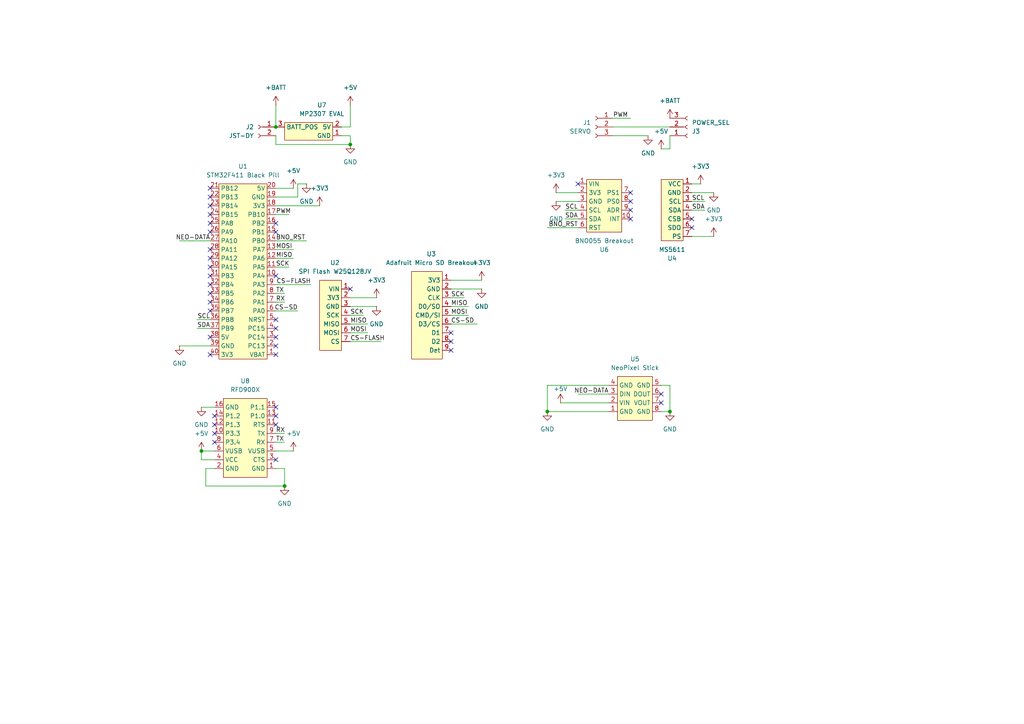
<source format=kicad_sch>
(kicad_sch (version 20250114) (generator "eeschema") (generator_version "9.0")
  (paper "A4")
  (lib_symbols
    (symbol "2025-airbrakes:Adafruit_Micro_SD_Breakout"
      (property "Reference" "U" (at -6.604 16.002 0))
      (property "Value" "Adafruit Micro SD Breakout" (at -4.318 13.97 0))
      (symbol "Adafruit_Micro_SD_Breakout_0_0"
        (pin power_in line (at 0 10.16 180) (length 2.54) (name "3V3") (number "1"))
        (pin power_in line (at 0 7.62 180) (length 2.54) (name "GND") (number "2"))
        (pin input line (at 0 5.08 180) (length 2.54) (name "CLK") (number "3"))
        (pin bidirectional line (at 0 2.54 180) (length 2.54) (name "D0/SO") (number "4"))
        (pin bidirectional line (at 0 0 180) (length 2.54) (name "CMD/SI") (number "5"))
        (pin bidirectional line (at 0 -2.54 180) (length 2.54) (name "D3/CS") (number "6"))
        (pin bidirectional line (at 0 -5.08 180) (length 2.54) (name "D1") (number "7"))
        (pin bidirectional line (at 0 -7.62 180) (length 2.54) (name "D2") (number "8"))
        (pin output line (at 0 -10.16 180) (length 2.54) (name "Det") (number "9"))
      )
      (symbol "Adafruit_Micro_SD_Breakout_1_1"
        (rectangle (start -11.43 12.7) (end -2.54 -12.7) (fill (type background)))
      )
    )
    (symbol "2025-airbrakes:BNO055_Breakout"
      (property "Reference" "U" (at -0.762 6.858 0))
      (property "Value" "BNO055 Breakout" (at -1.27 4.572 0))
      (symbol "BNO055_Breakout_0_0"
        (pin input line (at -7.62 1.27 0) (length 2.54) (name "RST") (number "6"))
        (pin bidirectional line (at -7.62 -1.27 0) (length 2.54) (name "SDA") (number "5"))
        (pin input line (at -7.62 -3.81 0) (length 2.54) (name "SCL") (number "4"))
        (pin power_in line (at -7.62 -6.35 0) (length 2.54) (name "GND") (number "3"))
        (pin power_in line (at -7.62 -8.89 0) (length 2.54) (name "3V3") (number "2"))
        (pin power_in line (at -7.62 -11.43 0) (length 2.54) (name "VIN") (number "1"))
        (pin output line (at 7.62 -1.27 180) (length 2.54) (name "INT") (number "10"))
        (pin input line (at 7.62 -3.81 180) (length 2.54) (name "ADR") (number "9"))
        (pin input line (at 7.62 -6.35 180) (length 2.54) (name "PS0") (number "8"))
        (pin input line (at 7.62 -8.89 180) (length 2.54) (name "PS1") (number "7"))
      )
      (symbol "BNO055_Breakout_1_1"
        (rectangle (start -5.08 2.54) (end 5.08 -12.7) (fill (type background)))
      )
    )
    (symbol "2025-airbrakes:MP2307_EVAL"
      (property "Reference" "U7" (at -3.175 3.81 0))
      (property "Value" "MP2307 EVAL" (at -3.175 1.27 0))
      (symbol "MP2307_EVAL_1_0"
        (pin power_in line (at -16.51 -2.54 0) (length 2.54) (name "BATT_POS") (number "3"))
        (pin power_out line (at 2.54 -2.54 180) (length 2.54) (name "5V") (number "2"))
        (pin power_out line (at 2.54 -5.08 180) (length 2.54) (name "GND") (number "1"))
      )
      (symbol "MP2307_EVAL_1_1"
        (rectangle (start -13.97 -1.27) (end 0 -6.35) (fill (type background)))
      )
    )
    (symbol "2025-airbrakes:MS5611"
      (property "Reference" "U" (at 0 12.446 0))
      (property "Value" "MS5611" (at -0.254 10.668 0))
      (symbol "MS5611_0_0"
        (pin input line (at 2.54 7.62 180) (length 2.54) (name "PS") (number "7"))
        (pin output line (at 2.54 5.08 180) (length 2.54) (name "SDO") (number "6"))
        (pin input line (at 2.54 2.54 180) (length 2.54) (name "CSB") (number "5"))
        (pin bidirectional line (at 2.54 0 180) (length 2.54) (name "SDA") (number "4"))
        (pin input line (at 2.54 -2.54 180) (length 2.54) (name "SCL") (number "3"))
        (pin power_in line (at 2.54 -5.08 180) (length 2.54) (name "GND") (number "2"))
        (pin power_in line (at 2.54 -7.62 180) (length 2.54) (name "VCC") (number "1"))
      )
      (symbol "MS5611_1_1"
        (rectangle (start -6.35 8.89) (end 0 -8.89) (fill (type background)))
      )
    )
    (symbol "2025-airbrakes:NeoPixel_Stick"
      (property "Reference" "U" (at -0.508 15.748 0))
      (property "Value" "NeoPixel Stick" (at 0 13.716 0))
      (symbol "NeoPixel_Stick_0_0"
        (pin power_in line (at 7.62 10.16 180) (length 2.54) (name "GND") (number "4"))
        (pin input line (at 7.62 7.62 180) (length 2.54) (name "DIN") (number "3"))
        (pin power_in line (at 7.62 5.08 180) (length 2.54) (name "VIN") (number "2"))
        (pin power_in line (at 7.62 2.54 180) (length 2.54) (name "GND") (number "1"))
      )
      (symbol "NeoPixel_Stick_1_0"
        (pin power_in line (at -7.62 10.16 0) (length 2.54) (name "GND") (number "5"))
        (pin output line (at -7.62 7.62 0) (length 2.54) (name "DOUT") (number "6"))
        (pin power_out line (at -7.62 5.08 0) (length 2.54) (name "VOUT") (number "7"))
        (pin power_in line (at -7.62 2.54 0) (length 2.54) (name "GND") (number "8"))
      )
      (symbol "NeoPixel_Stick_1_1"
        (rectangle (start -5.08 12.7) (end 5.08 0) (fill (type background)))
      )
    )
    (symbol "2025-airbrakes:RFD900X"
      (property "Reference" "U" (at -2.794 13.716 0))
      (property "Value" "RFD900X" (at -1.778 11.684 0))
      (symbol "RFD900X_0_0"
        (pin power_in line (at -10.16 7.62 0) (length 2.54) (name "GND") (number "16"))
        (pin bidirectional line (at -10.16 5.08 0) (length 2.54) (name "P1.2") (number "14"))
        (pin bidirectional line (at -10.16 2.54 0) (length 2.54) (name "P1.3") (number "12"))
        (pin bidirectional line (at -10.16 0 0) (length 2.54) (name "P3.3") (number "10"))
        (pin bidirectional line (at -10.16 -2.54 0) (length 2.54) (name "P3.4") (number "8"))
        (pin input line (at -10.16 -5.08 0) (length 2.54) (name "VUSB") (number "6"))
        (pin power_in line (at -10.16 -7.62 0) (length 2.54) (name "VCC") (number "4"))
        (pin power_in line (at -10.16 -10.16 0) (length 2.54) (name "GND") (number "2"))
        (pin bidirectional line (at 7.62 7.62 180) (length 2.54) (name "P1.1") (number "15"))
        (pin bidirectional line (at 7.62 5.08 180) (length 2.54) (name "P1.0") (number "13"))
        (pin output line (at 7.62 2.54 180) (length 2.54) (name "RTS") (number "11"))
        (pin input line (at 7.62 0 180) (length 2.54) (name "TX") (number "9"))
        (pin output line (at 7.62 -2.54 180) (length 2.54) (name "RX") (number "7"))
        (pin input line (at 7.62 -5.08 180) (length 2.54) (name "VUSB") (number "5"))
        (pin input line (at 7.62 -7.62 180) (length 2.54) (name "CTS") (number "3"))
        (pin power_in line (at 7.62 -10.16 180) (length 2.54) (name "GND") (number "1"))
      )
      (symbol "RFD900X_1_1"
        (rectangle (start -7.62 10.16) (end 5.08 -12.7) (fill (type background)))
      )
    )
    (symbol "2025-airbrakes:SPI_Flash_Breakout"
      (property "Reference" "U" (at -4.572 2.032 0))
      (property "Value" "SPI Flash W25Q128JV" (at -3.81 0.254 0))
      (symbol "SPI_Flash_Breakout_0_0"
        (pin power_in line (at 0 -3.81 180) (length 2.54) (name "VIN") (number "1"))
        (pin power_in line (at 0 -6.35 180) (length 2.54) (name "3V3") (number "2"))
        (pin power_in line (at 0 -8.89 180) (length 2.54) (name "GND") (number "3"))
        (pin input line (at 0 -11.43 180) (length 2.54) (name "SCK") (number "4"))
        (pin output line (at 0 -13.97 180) (length 2.54) (name "MISO") (number "5"))
        (pin input line (at 0 -16.51 180) (length 2.54) (name "MOSI") (number "6"))
        (pin input line (at 0 -19.05 180) (length 2.54) (name "CS") (number "7"))
      )
      (symbol "SPI_Flash_Breakout_1_1"
        (rectangle (start -8.89 -1.27) (end -2.54 -21.59) (fill (type background)))
      )
    )
    (symbol "2025-airbrakes:STM32_Blackpill"
      (property "Reference" "U" (at -2.032 29.464 0))
      (property "Value" "STM32F411 Black Pill" (at -0.762 27.686 0))
      (symbol "STM32_Blackpill_0_0"
        (pin bidirectional line (at -10.16 24.13 0) (length 2.54) (name "PB12") (number "21"))
        (pin bidirectional line (at -10.16 21.59 0) (length 2.54) (name "PB13") (number "22"))
        (pin bidirectional line (at -10.16 19.05 0) (length 2.54) (name "PB14") (number "23"))
        (pin bidirectional line (at -10.16 16.51 0) (length 2.54) (name "PB15") (number "24"))
        (pin bidirectional line (at -10.16 13.97 0) (length 2.54) (name "PA8") (number "25"))
        (pin bidirectional line (at -10.16 11.43 0) (length 2.54) (name "PA9") (number "26"))
        (pin bidirectional line (at -10.16 8.89 0) (length 2.54) (name "PA10") (number "27"))
        (pin bidirectional line (at -10.16 6.35 0) (length 2.54) (name "PA11") (number "28"))
        (pin bidirectional line (at -10.16 3.81 0) (length 2.54) (name "PA12") (number "29"))
        (pin bidirectional line (at -10.16 1.27 0) (length 2.54) (name "PA15") (number "30"))
        (pin bidirectional line (at -10.16 -1.27 0) (length 2.54) (name "PB3") (number "31"))
        (pin bidirectional line (at -10.16 -3.81 0) (length 2.54) (name "PB4") (number "32"))
        (pin bidirectional line (at -10.16 -6.35 0) (length 2.54) (name "PB5") (number "33"))
        (pin bidirectional line (at -10.16 -8.89 0) (length 2.54) (name "PB6") (number "34"))
        (pin bidirectional line (at -10.16 -11.43 0) (length 2.54) (name "PB7") (number "35"))
        (pin bidirectional line (at -10.16 -13.97 0) (length 2.54) (name "PB8") (number "36"))
        (pin bidirectional line (at -10.16 -16.51 0) (length 2.54) (name "PB9") (number "37"))
        (pin power_in line (at -10.16 -19.05 0) (length 2.54) (name "5V") (number "38"))
        (pin power_in line (at -10.16 -21.59 0) (length 2.54) (name "GND") (number "39"))
        (pin power_out line (at -10.16 -24.13 0) (length 2.54) (name "3V3") (number "40"))
        (pin power_in line (at 8.89 24.13 180) (length 2.54) (name "5V") (number "20"))
        (pin power_in line (at 8.89 21.59 180) (length 2.54) (name "GND") (number "19"))
        (pin power_out line (at 8.89 19.05 180) (length 2.54) (name "3V3") (number "18"))
        (pin bidirectional line (at 8.89 16.51 180) (length 2.54) (name "PB10") (number "17"))
        (pin bidirectional line (at 8.89 13.97 180) (length 2.54) (name "PB2") (number "16"))
        (pin bidirectional line (at 8.89 11.43 180) (length 2.54) (name "PB1") (number "15"))
        (pin bidirectional line (at 8.89 8.89 180) (length 2.54) (name "PB0") (number "14"))
        (pin bidirectional line (at 8.89 6.35 180) (length 2.54) (name "PA7") (number "13"))
        (pin bidirectional line (at 8.89 3.81 180) (length 2.54) (name "PA6") (number "12"))
        (pin bidirectional line (at 8.89 1.27 180) (length 2.54) (name "PA5") (number "11"))
        (pin bidirectional line (at 8.89 -1.27 180) (length 2.54) (name "PA4") (number "10"))
        (pin bidirectional line (at 8.89 -3.81 180) (length 2.54) (name "PA3") (number "9"))
        (pin bidirectional line (at 8.89 -6.35 180) (length 2.54) (name "PA2") (number "8"))
        (pin bidirectional line (at 8.89 -8.89 180) (length 2.54) (name "PA1") (number "7"))
        (pin bidirectional line (at 8.89 -11.43 180) (length 2.54) (name "PA0") (number "6"))
        (pin input line (at 8.89 -13.97 180) (length 2.54) (name "NRST") (number "5"))
        (pin bidirectional line (at 8.89 -16.51 180) (length 2.54) (name "PC15") (number "4"))
        (pin bidirectional line (at 8.89 -19.05 180) (length 2.54) (name "PC14") (number "3"))
        (pin bidirectional line (at 8.89 -21.59 180) (length 2.54) (name "PC13") (number "2"))
        (pin power_in line (at 8.89 -24.13 180) (length 2.54) (name "VBAT") (number "1"))
      )
      (symbol "STM32_Blackpill_1_1"
        (rectangle (start -7.62 25.4) (end 6.35 -25.4) (fill (type background)))
      )
    )
    (symbol "Connector:Conn_01x02_Socket" (pin_names (offset 1.016) (hide yes))
      (property "Reference" "J" (at 0 2.54 0))
      (property "Value" "Conn_01x02_Socket" (at 0 -5.08 0))
      (symbol "Conn_01x02_Socket_1_1"
        (polyline (pts (xy -1.27 0) (xy -0.508 0)) (stroke (width 0.1524)))
        (polyline (pts (xy -1.27 -2.54) (xy -0.508 -2.54)) (stroke (width 0.1524)))
        (arc (start 0 -0.508) (mid -0.5058 0) (end 0 0.508) (stroke (width 0.1524)))
        (arc (start 0 -3.048) (mid -0.5058 -2.54) (end 0 -2.032) (stroke (width 0.1524)))
        (pin passive line (at -5.08 0 0) (length 3.81) (name "Pin_1") (number "1"))
        (pin passive line (at -5.08 -2.54 0) (length 3.81) (name "Pin_2") (number "2"))
      )
    )
    (symbol "Connector:Conn_01x03_Socket" (pin_names (offset 1.016) (hide yes))
      (property "Reference" "J" (at 0 5.08 0))
      (property "Value" "Conn_01x03_Socket" (at 0 -5.08 0))
      (symbol "Conn_01x03_Socket_1_1"
        (polyline (pts (xy -1.27 2.54) (xy -0.508 2.54)) (stroke (width 0.1524)))
        (polyline (pts (xy -1.27 0) (xy -0.508 0)) (stroke (width 0.1524)))
        (polyline (pts (xy -1.27 -2.54) (xy -0.508 -2.54)) (stroke (width 0.1524)))
        (arc (start 0 2.032) (mid -0.5058 2.54) (end 0 3.048) (stroke (width 0.1524)))
        (arc (start 0 -0.508) (mid -0.5058 0) (end 0 0.508) (stroke (width 0.1524)))
        (arc (start 0 -3.048) (mid -0.5058 -2.54) (end 0 -2.032) (stroke (width 0.1524)))
        (pin passive line (at -5.08 2.54 0) (length 3.81) (name "Pin_1") (number "1"))
        (pin passive line (at -5.08 0 0) (length 3.81) (name "Pin_2") (number "2"))
        (pin passive line (at -5.08 -2.54 0) (length 3.81) (name "Pin_3") (number "3"))
      )
    )
    (symbol "power:+3V3" (power) (pin_numbers (hide yes)) (pin_names (offset 0) (hide yes))
      (property "Value" "+3V3" (at 0 3.556 0))
      (symbol "+3V3_0_1"
        (polyline (pts (xy -0.762 1.27) (xy 0 2.54)))
        (polyline (pts (xy 0 2.54) (xy 0.762 1.27)))
        (polyline (pts (xy 0 0) (xy 0 2.54)))
      )
      (symbol "+3V3_1_1"
        (pin power_in line (at 0 0 90) (length 0) (name "~") (number "1"))
      )
    )
    (symbol "power:+5V" (power) (pin_numbers (hide yes)) (pin_names (offset 0) (hide yes))
      (property "Value" "+5V" (at 0 3.556 0))
      (symbol "+5V_0_1"
        (polyline (pts (xy -0.762 1.27) (xy 0 2.54)))
        (polyline (pts (xy 0 2.54) (xy 0.762 1.27)))
        (polyline (pts (xy 0 0) (xy 0 2.54)))
      )
      (symbol "+5V_1_1"
        (pin power_in line (at 0 0 90) (length 0) (name "~") (number "1"))
      )
    )
    (symbol "power:+BATT" (power) (pin_numbers (hide yes)) (pin_names (offset 0) (hide yes))
      (property "Value" "+BATT" (at 0 3.556 0))
      (symbol "+BATT_0_1"
        (polyline (pts (xy -0.762 1.27) (xy 0 2.54)))
        (polyline (pts (xy 0 2.54) (xy 0.762 1.27)))
        (polyline (pts (xy 0 0) (xy 0 2.54)))
      )
      (symbol "+BATT_1_1"
        (pin power_in line (at 0 0 90) (length 0) (name "~") (number "1"))
      )
    )
    (symbol "power:GND" (power) (pin_numbers (hide yes)) (pin_names (offset 0) (hide yes))
      (property "Value" "GND" (at 0 -3.81 0))
      (symbol "GND_0_1"
        (polyline (pts (xy 0 0) (xy 0 -1.27) (xy 1.27 -1.27) (xy 0 -2.54) (xy -1.27 -1.27) (xy 0 -1.27)))
      )
      (symbol "GND_1_1"
        (pin power_in line (at 0 0 270) (length 0) (name "~") (number "1"))
      )
    )
  )
  (junction (at 58.42 130.81))
  (junction (at 80.01 36.83))
  (junction (at 101.6 41.91))
  (junction (at 194.31 119.38))
  (junction (at 158.75 119.38))
  (junction (at 82.55 140.97))
  (no_connect (at 182.88 60.96))
  (no_connect (at 60.96 77.47))
  (no_connect (at 60.96 90.17))
  (no_connect (at 60.96 87.63))
  (no_connect (at 80.01 120.65))
  (no_connect (at 60.96 67.31))
  (no_connect (at 80.01 102.87))
  (no_connect (at 200.66 63.5))
  (no_connect (at 62.23 128.27))
  (no_connect (at 182.88 63.5))
  (no_connect (at 191.77 114.3))
  (no_connect (at 130.81 101.6))
  (no_connect (at 80.01 133.35))
  (no_connect (at 80.01 118.11))
  (no_connect (at 80.01 64.77))
  (no_connect (at 60.96 64.77))
  (no_connect (at 60.96 54.61))
  (no_connect (at 60.96 85.09))
  (no_connect (at 62.23 125.73))
  (no_connect (at 80.01 123.19))
  (no_connect (at 130.81 96.52))
  (no_connect (at 182.88 55.88))
  (no_connect (at 80.01 95.25))
  (no_connect (at 60.96 80.01))
  (no_connect (at 60.96 62.23))
  (no_connect (at 60.96 59.69))
  (no_connect (at 80.01 97.79))
  (no_connect (at 200.66 66.04))
  (no_connect (at 62.23 123.19))
  (no_connect (at 191.77 116.84))
  (no_connect (at 80.01 100.33))
  (no_connect (at 182.88 58.42))
  (no_connect (at 60.96 97.79))
  (no_connect (at 80.01 67.31))
  (no_connect (at 60.96 102.87))
  (no_connect (at 130.81 99.06))
  (no_connect (at 60.96 57.15))
  (no_connect (at 62.23 120.65))
  (no_connect (at 80.01 80.01))
  (no_connect (at 80.01 92.71))
  (no_connect (at 167.64 53.34))
  (no_connect (at 60.96 82.55))
  (no_connect (at 60.96 72.39))
  (no_connect (at 101.6 83.82))
  (no_connect (at 60.96 74.93))
  (wire (pts (xy 80.01 30.48) (xy 80.01 36.83)))
  (wire (pts (xy 80.01 85.09) (xy 82.55 85.09)))
  (wire (pts (xy 52.07 100.33) (xy 60.96 100.33)))
  (wire (pts (xy 177.8 34.29) (xy 182.88 34.29)))
  (wire (pts (xy 58.42 133.35) (xy 62.23 133.35)))
  (wire (pts (xy 162.56 116.84) (xy 176.53 116.84)))
  (wire (pts (xy 101.6 91.44) (xy 105.41 91.44)))
  (wire (pts (xy 80.01 39.37) (xy 80.01 41.91)))
  (wire (pts (xy 80.01 82.55) (xy 90.17 82.55)))
  (wire (pts (xy 200.66 60.96) (xy 204.47 60.96)))
  (wire (pts (xy 80.01 128.27) (xy 82.55 128.27)))
  (wire (pts (xy 80.01 130.81) (xy 85.09 130.81)))
  (wire (pts (xy 86.36 53.34) (xy 86.36 57.15)))
  (wire (pts (xy 158.75 111.76) (xy 176.53 111.76)))
  (wire (pts (xy 59.69 135.89) (xy 62.23 135.89)))
  (wire (pts (xy 80.01 62.23) (xy 83.82 62.23)))
  (wire (pts (xy 80.01 125.73) (xy 82.55 125.73)))
  (wire (pts (xy 101.6 93.98) (xy 106.68 93.98)))
  (wire (pts (xy 167.64 55.88) (xy 161.29 55.88)))
  (wire (pts (xy 58.42 130.81) (xy 62.23 130.81)))
  (wire (pts (xy 52.07 69.85) (xy 60.96 69.85)))
  (wire (pts (xy 80.01 54.61) (xy 85.09 54.61)))
  (wire (pts (xy 163.83 60.96) (xy 167.64 60.96)))
  (wire (pts (xy 158.75 119.38) (xy 176.53 119.38)))
  (wire (pts (xy 158.75 66.04) (xy 167.64 66.04)))
  (wire (pts (xy 161.29 58.42) (xy 167.64 58.42)))
  (wire (pts (xy 82.55 135.89) (xy 80.01 135.89)))
  (wire (pts (xy 80.01 74.93) (xy 85.09 74.93)))
  (wire (pts (xy 130.81 83.82) (xy 139.7 83.82)))
  (wire (pts (xy 194.31 111.76) (xy 191.77 111.76)))
  (wire (pts (xy 58.42 118.11) (xy 62.23 118.11)))
  (wire (pts (xy 101.6 86.36) (xy 109.22 86.36)))
  (wire (pts (xy 80.01 69.85) (xy 88.9 69.85)))
  (wire (pts (xy 194.31 119.38) (xy 191.77 119.38)))
  (wire (pts (xy 194.31 119.38) (xy 194.31 111.76)))
  (wire (pts (xy 80.01 77.47) (xy 83.82 77.47)))
  (wire (pts (xy 101.6 41.91) (xy 101.6 39.37)))
  (wire (pts (xy 200.66 53.34) (xy 203.2 53.34)))
  (wire (pts (xy 57.15 92.71) (xy 60.96 92.71)))
  (wire (pts (xy 200.66 68.58) (xy 207.01 68.58)))
  (wire (pts (xy 163.83 63.5) (xy 167.64 63.5)))
  (wire (pts (xy 194.31 39.37) (xy 194.31 43.18)))
  (wire (pts (xy 101.6 88.9) (xy 109.22 88.9)))
  (wire (pts (xy 130.81 86.36) (xy 134.62 86.36)))
  (wire (pts (xy 130.81 93.98) (xy 138.43 93.98)))
  (wire (pts (xy 167.64 114.3) (xy 176.53 114.3)))
  (wire (pts (xy 82.55 140.97) (xy 59.69 140.97)))
  (wire (pts (xy 80.01 41.91) (xy 101.6 41.91)))
  (wire (pts (xy 101.6 99.06) (xy 110.49 99.06)))
  (wire (pts (xy 59.69 140.97) (xy 59.69 135.89)))
  (wire (pts (xy 101.6 39.37) (xy 99.06 39.37)))
  (wire (pts (xy 101.6 30.48) (xy 101.6 36.83)))
  (wire (pts (xy 194.31 43.18) (xy 191.77 43.18)))
  (wire (pts (xy 200.66 58.42) (xy 204.47 58.42)))
  (wire (pts (xy 86.36 57.15) (xy 80.01 57.15)))
  (wire (pts (xy 130.81 88.9) (xy 135.89 88.9)))
  (wire (pts (xy 177.8 36.83) (xy 194.31 36.83)))
  (wire (pts (xy 200.66 55.88) (xy 207.01 55.88)))
  (wire (pts (xy 130.81 81.28) (xy 139.7 81.28)))
  (wire (pts (xy 80.01 59.69) (xy 92.71 59.69)))
  (wire (pts (xy 86.36 53.34) (xy 88.9 53.34)))
  (wire (pts (xy 57.15 95.25) (xy 60.96 95.25)))
  (wire (pts (xy 177.8 39.37) (xy 187.96 39.37)))
  (wire (pts (xy 101.6 96.52) (xy 106.68 96.52)))
  (wire (pts (xy 130.81 91.44) (xy 135.89 91.44)))
  (wire (pts (xy 58.42 130.81) (xy 58.42 133.35)))
  (wire (pts (xy 80.01 90.17) (xy 86.36 90.17)))
  (wire (pts (xy 80.01 72.39) (xy 85.09 72.39)))
  (wire (pts (xy 99.06 36.83) (xy 101.6 36.83)))
  (wire (pts (xy 80.01 87.63) (xy 82.55 87.63)))
  (wire (pts (xy 158.75 119.38) (xy 158.75 111.76)))
  (wire (pts (xy 82.55 140.97) (xy 82.55 135.89)))
  (label "MOSI" (at 130.81 91.44 0))
  (label "CS-SD" (at 130.81 93.98 0))
  (label "SCK" (at 101.6 91.44 0))
  (label "SDA" (at 200.66 60.96 0))
  (label "MISO" (at 80.01 74.93 0))
  (label "CS-SD" (at 86.36 90.17 180))
  (label "MOSI" (at 80.01 72.39 0))
  (label "TX" (at 80.01 85.09 0))
  (label "SCL" (at 60.96 92.71 180))
  (label "CS-FLASH" (at 90.17 82.55 180))
  (label "BNO_RST" (at 167.64 66.04 180))
  (label "MISO" (at 130.81 88.9 0))
  (label "SDA" (at 167.64 63.5 180))
  (label "SCL" (at 167.64 60.96 180))
  (label "MOSI" (at 101.6 96.52 0))
  (label "TX" (at 80.01 128.27 0))
  (label "PWM" (at 177.8 34.29 0))
  (label "SCL" (at 200.66 58.42 0))
  (label "SDA" (at 60.96 95.25 180))
  (label "MISO" (at 101.6 93.98 0))
  (label "RX" (at 80.01 87.63 0))
  (label "BNO_RST" (at 80.01 69.85 0))
  (label "SCK" (at 130.81 86.36 0))
  (label "NEO-DATA" (at 60.96 69.85 180))
  (label "RX" (at 80.01 125.73 0))
  (label "CS-FLASH" (at 101.6 99.06 0))
  (label "PWM" (at 80.01 62.23 0))
  (label "NEO-DATA" (at 176.53 114.3 180))
  (label "SCK" (at 80.01 77.47 0))
  (symbol (lib_id "power:+3V3") (at 109.22 86.36 0) (unit 1)
    (property "Reference" "#PWR06" (effects (hide yes)))
    (property "Value" "+3V3" (at 109.22 81.28 0))
    (property "Description" "Power symbol creates a global label with name \"+3V3\"" (effects (hide yes)))
  )
  (symbol (lib_id "power:GND") (at 109.22 88.9 0) (unit 1)
    (property "Reference" "#PWR010" (effects (hide yes)))
    (property "Value" "GND" (at 109.22 93.98 0))
    (property "Description" "Power symbol creates a global label with name \"GND\" , ground" (effects (hide yes)))
  )
  (symbol (lib_id "power:GND") (at 207.01 55.88 0) (unit 1)
    (property "Reference" "#PWR012" (effects (hide yes)))
    (property "Value" "GND" (at 207.01 60.96 0))
    (property "Description" "Power symbol creates a global label with name \"GND\" , ground" (effects (hide yes)))
  )
  (symbol (lib_id "2025-airbrakes:BNO055_Breakout") (at 175.26 64.77 0) (mirror x) (unit 1)
    (property "Reference" "U6" (at 175.26 72.39 0))
    (property "Value" "BNO055 Breakout" (at 175.26 69.85 0))
    (property "Footprint" "2025-airbrakes:BNO055-Breakout" (effects (hide yes)))
  )
  (symbol (lib_id "2025-airbrakes:Adafruit_Micro_SD_Breakout") (at 130.81 91.44 0) (unit 1)
    (property "Reference" "U3" (at 125.095 73.66 0))
    (property "Value" "Adafruit Micro SD Breakout" (at 125.095 76.2 0))
    (property "Footprint" "Connector_PinSocket_2.54mm:PinSocket_1x09_P2.54mm_Vertical" (effects (hide yes)))
  )
  (symbol (lib_id "power:GND") (at 158.75 119.38 0) (mirror y) (unit 1)
    (property "Reference" "#PWR013" (effects (hide yes)))
    (property "Value" "GND" (at 158.75 124.46 0))
    (property "Description" "Power symbol creates a global label with name \"GND\" , ground" (effects (hide yes)))
  )
  (symbol (lib_id "power:GND") (at 101.6 41.91 0) (unit 1)
    (property "Reference" "#PWR020" (effects (hide yes)))
    (property "Value" "GND" (at 101.6 46.99 0))
    (property "Description" "Power symbol creates a global label with name \"GND\" , ground" (effects (hide yes)))
  )
  (symbol (lib_id "Connector:Conn_01x02_Socket") (at 74.93 36.83 0) (mirror y) (unit 1)
    (property "Reference" "J2" (at 73.66 36.8299 0) (effects (justify left)))
    (property "Value" "JST-DY" (at 73.66 39.3699 0) (effects (justify left)))
    (property "Footprint" "Connector_PinSocket_2.54mm:PinSocket_1x02_P2.54mm_Horizontal" (effects (hide yes)))
    (property "Description" "Generic connector, single row, 01x02, script generated" (effects (hide yes)))
  )
  (symbol (lib_id "power:+5V") (at 85.09 130.81 0) (unit 1)
    (property "Reference" "#PWR02" (effects (hide yes)))
    (property "Value" "+5V" (at 85.09 125.73 0))
    (property "Description" "Power symbol creates a global label with name \"+5V\"" (effects (hide yes)))
  )
  (symbol (lib_id "power:+BATT") (at 80.01 30.48 0) (unit 1)
    (property "Reference" "#PWR026" (effects (hide yes)))
    (property "Value" "+BATT" (at 80.01 25.4 0))
    (property "Description" "Power symbol creates a global label with name \"+BATT\"" (effects (hide yes)))
  )
  (symbol (lib_id "power:+3V3") (at 139.7 81.28 0) (unit 1)
    (property "Reference" "#PWR07" (effects (hide yes)))
    (property "Value" "+3V3" (at 139.7 76.2 0))
    (property "Description" "Power symbol creates a global label with name \"+3V3\"" (effects (hide yes)))
  )
  (symbol (lib_id "power:GND") (at 88.9 53.34 0) (unit 1)
    (property "Reference" "#PWR04" (effects (hide yes)))
    (property "Value" "GND" (at 88.9 58.42 0))
    (property "Description" "Power symbol creates a global label with name \"GND\" , ground" (effects (hide yes)))
  )
  (symbol (lib_id "power:+5V") (at 101.6 30.48 0) (unit 1)
    (property "Reference" "#PWR019" (effects (hide yes)))
    (property "Value" "+5V" (at 101.6 25.4 0))
    (property "Description" "Power symbol creates a global label with name \"+5V\"" (effects (hide yes)))
  )
  (symbol (lib_id "power:GND") (at 58.42 118.11 0) (unit 1)
    (property "Reference" "#PWR025" (effects (hide yes)))
    (property "Value" "GND" (at 58.42 123.19 0))
    (property "Description" "Power symbol creates a global label with name \"GND\" , ground" (effects (hide yes)))
  )
  (symbol (lib_id "power:+3V3") (at 203.2 53.34 0) (unit 1)
    (property "Reference" "#PWR08" (effects (hide yes)))
    (property "Value" "+3V3" (at 203.2 48.26 0))
    (property "Description" "Power symbol creates a global label with name \"+3V3\"" (effects (hide yes)))
  )
  (symbol (lib_id "Connector:Conn_01x03_Socket") (at 199.39 36.83 0) (mirror x) (unit 1)
    (property "Reference" "J3" (at 200.66 38.1001 0) (effects (justify left)))
    (property "Value" "POWER_SEL" (at 200.66 35.5601 0) (effects (justify left)))
    (property "Footprint" "Connector_PinHeader_2.54mm:PinHeader_1x03_P2.54mm_Horizontal" (effects (hide yes)))
    (property "Description" "Generic connector, single row, 01x03, script generated" (effects (hide yes)))
  )
  (symbol (lib_id "2025-airbrakes:STM32_Blackpill") (at 71.12 78.74 0) (unit 1)
    (property "Reference" "U1" (at 70.485 48.26 0))
    (property "Value" "STM32F411 Black Pill" (at 70.485 50.8 0))
    (property "Footprint" "2025-airbrakes:STM32F411-Blackpill" (effects (hide yes)))
  )
  (symbol (lib_id "power:GND") (at 161.29 58.42 0) (mirror y) (unit 1)
    (property "Reference" "#PWR018" (effects (hide yes)))
    (property "Value" "GND" (at 161.29 63.5 0))
    (property "Description" "Power symbol creates a global label with name \"GND\" , ground" (effects (hide yes)))
  )
  (symbol (lib_id "power:GND") (at 52.07 100.33 0) (unit 1)
    (property "Reference" "#PWR03" (effects (hide yes)))
    (property "Value" "GND" (at 52.07 105.41 0))
    (property "Description" "Power symbol creates a global label with name \"GND\" , ground" (effects (hide yes)))
  )
  (symbol (lib_id "Connector:Conn_01x03_Socket") (at 172.72 36.83 0) (mirror y) (unit 1)
    (property "Reference" "J1" (at 171.45 35.5599 0) (effects (justify left)))
    (property "Value" "SERVO" (at 171.45 38.0999 0) (effects (justify left)))
    (property "Footprint" "Connector_PinHeader_2.54mm:PinHeader_1x03_P2.54mm_Horizontal" (effects (hide yes)))
    (property "Description" "Generic connector, single row, 01x03, script generated" (effects (hide yes)))
  )
  (symbol (lib_id "power:+BATT") (at 194.31 34.29 0) (unit 1)
    (property "Reference" "#PWR021" (effects (hide yes)))
    (property "Value" "+BATT" (at 194.31 29.21 0))
    (property "Description" "Power symbol creates a global label with name \"+BATT\"" (effects (hide yes)))
  )
  (symbol (lib_id "power:+5V") (at 58.42 130.81 0) (unit 1)
    (property "Reference" "#PWR024" (effects (hide yes)))
    (property "Value" "+5V" (at 58.42 125.73 0))
    (property "Description" "Power symbol creates a global label with name \"+5V\"" (effects (hide yes)))
  )
  (symbol (lib_id "power:GND") (at 187.96 39.37 0) (unit 1)
    (property "Reference" "#PWR022" (effects (hide yes)))
    (property "Value" "GND" (at 187.96 44.45 0))
    (property "Description" "Power symbol creates a global label with name \"GND\" , ground" (effects (hide yes)))
  )
  (symbol (lib_id "2025-airbrakes:MP2307_EVAL") (at 96.52 34.29 0) (unit 1)
    (property "Reference" "U7" (at 93.345 30.48 0))
    (property "Value" "MP2307 EVAL" (at 93.345 33.02 0))
    (property "Footprint" "Connector_PinHeader_2.54mm:PinHeader_1x03_P2.54mm_Vertical" (effects (hide yes)))
  )
  (symbol (lib_id "power:+5V") (at 162.56 116.84 0) (unit 1)
    (property "Reference" "#PWR015" (effects (hide yes)))
    (property "Value" "+5V" (at 162.56 112.776 0))
    (property "Description" "Power symbol creates a global label with name \"+5V\"" (effects (hide yes)))
  )
  (symbol (lib_id "power:GND") (at 82.55 140.97 0) (unit 1)
    (property "Reference" "#PWR023" (effects (hide yes)))
    (property "Value" "GND" (at 82.55 146.05 0))
    (property "Description" "Power symbol creates a global label with name \"GND\" , ground" (effects (hide yes)))
  )
  (symbol (lib_id "2025-airbrakes:NeoPixel_Stick") (at 184.15 121.92 0) (mirror y) (unit 1)
    (property "Reference" "U5" (at 184.15 104.14 0))
    (property "Value" "NeoPixel Stick" (at 184.15 106.68 0))
    (property "Footprint" "2025-airbrakes:NeoPixel-Stick" (effects (hide yes)))
  )
  (symbol (lib_id "power:+3V3") (at 92.71 59.69 0) (unit 1)
    (property "Reference" "#PWR016" (effects (hide yes)))
    (property "Value" "+3V3" (at 92.71 54.61 0))
    (property "Description" "Power symbol creates a global label with name \"+3V3\"" (effects (hide yes)))
  )
  (symbol (lib_id "power:+5V") (at 85.09 54.61 0) (unit 1)
    (property "Reference" "#PWR01" (effects (hide yes)))
    (property "Value" "+5V" (at 85.09 49.53 0))
    (property "Description" "Power symbol creates a global label with name \"+5V\"" (effects (hide yes)))
  )
  (symbol (lib_id "power:+3V3") (at 207.01 68.58 0) (unit 1)
    (property "Reference" "#PWR017" (effects (hide yes)))
    (property "Value" "+3V3" (at 207.01 63.5 0))
    (property "Description" "Power symbol creates a global label with name \"+3V3\"" (effects (hide yes)))
  )
  (symbol (lib_id "2025-airbrakes:RFD900X") (at 72.39 125.73 0) (unit 1)
    (property "Reference" "U8" (at 71.12 110.49 0))
    (property "Value" "RFD900X" (at 71.12 113.03 0))
    (property "Footprint" "Connector_PinSocket_2.54mm:PinSocket_2x08_P2.54mm_Horizontal" (effects (hide yes)))
  )
  (symbol (lib_id "2025-airbrakes:SPI_Flash_Breakout") (at 101.6 80.01 0) (unit 1)
    (property "Reference" "U2" (at 97.155 76.2 0))
    (property "Value" "SPI Flash W25Q128JV" (at 97.155 78.74 0))
    (property "Footprint" "Connector_PinSocket_2.54mm:PinSocket_1x07_P2.54mm_Vertical" (effects (hide yes)))
  )
  (symbol (lib_id "power:+3V3") (at 161.29 55.88 0) (unit 1)
    (property "Reference" "#PWR09" (effects (hide yes)))
    (property "Value" "+3V3" (at 161.29 50.8 0))
    (property "Description" "Power symbol creates a global label with name \"+3V3\"" (effects (hide yes)))
  )
  (symbol (lib_id "power:+5V") (at 191.77 43.18 0) (unit 1)
    (property "Reference" "#PWR027" (effects (hide yes)))
    (property "Value" "+5V" (at 191.77 38.1 0))
    (property "Description" "Power symbol creates a global label with name \"+5V\"" (effects (hide yes)))
  )
  (symbol (lib_id "power:GND") (at 139.7 83.82 0) (unit 1)
    (property "Reference" "#PWR011" (effects (hide yes)))
    (property "Value" "GND" (at 139.7 88.9 0))
    (property "Description" "Power symbol creates a global label with name \"GND\" , ground" (effects (hide yes)))
  )
  (symbol (lib_id "2025-airbrakes:MS5611") (at 198.12 60.96 0) (mirror x) (unit 1)
    (property "Reference" "U4" (at 194.945 74.93 0))
    (property "Value" "MS5611" (at 194.945 72.39 0))
    (property "Footprint" "Connector_PinSocket_2.54mm:PinSocket_1x07_P2.54mm_Vertical" (effects (hide yes)))
  )
  (symbol (lib_id "power:GND") (at 194.31 119.38 0) (mirror y) (unit 1)
    (property "Reference" "#PWR014" (effects (hide yes)))
    (property "Value" "GND" (at 194.31 124.46 0))
    (property "Description" "Power symbol creates a global label with name \"GND\" , ground" (effects (hide yes)))
  )
)
</source>
